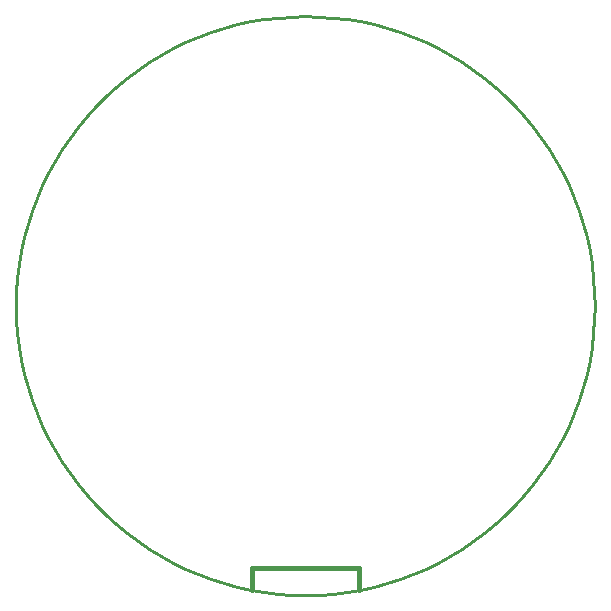
<source format=gbp>
G75*
G70*
%OFA0B0*%
%FSLAX24Y24*%
%IPPOS*%
%LPD*%
%AMOC8*
5,1,8,0,0,1.08239X$1,22.5*
%
%ADD10C,0.0100*%
%ADD11C,0.0160*%
D10*
X028547Y019079D02*
X028536Y019538D01*
X028503Y019996D01*
X028449Y020452D01*
X028373Y020905D01*
X028275Y021353D01*
X028156Y021797D01*
X028016Y022234D01*
X027856Y022664D01*
X027675Y023086D01*
X027475Y023499D01*
X027255Y023902D01*
X027016Y024294D01*
X026758Y024674D01*
X026483Y025042D01*
X026191Y025396D01*
X025882Y025736D01*
X025558Y026060D01*
X025218Y026369D01*
X024864Y026661D01*
X024496Y026936D01*
X024116Y027194D01*
X023724Y027433D01*
X023321Y027653D01*
X022908Y027853D01*
X022486Y028034D01*
X022056Y028194D01*
X021619Y028334D01*
X021175Y028453D01*
X020727Y028551D01*
X020274Y028627D01*
X019818Y028681D01*
X019360Y028714D01*
X018901Y028725D01*
X028547Y019079D02*
X028536Y018620D01*
X028503Y018162D01*
X028449Y017706D01*
X028373Y017253D01*
X028275Y016805D01*
X028156Y016361D01*
X028016Y015924D01*
X027856Y015494D01*
X027675Y015072D01*
X027475Y014659D01*
X027255Y014256D01*
X027016Y013864D01*
X026758Y013484D01*
X026483Y013116D01*
X026191Y012762D01*
X025882Y012422D01*
X025558Y012098D01*
X025218Y011789D01*
X024864Y011497D01*
X024496Y011222D01*
X024116Y010964D01*
X023724Y010725D01*
X023321Y010505D01*
X022908Y010305D01*
X022486Y010124D01*
X022056Y009964D01*
X021619Y009824D01*
X021175Y009705D01*
X020727Y009607D01*
X020274Y009531D01*
X019818Y009477D01*
X019360Y009444D01*
X018901Y009433D01*
X018442Y009444D01*
X017984Y009477D01*
X017528Y009531D01*
X017075Y009607D01*
X016627Y009705D01*
X016183Y009824D01*
X015746Y009964D01*
X015316Y010124D01*
X014894Y010305D01*
X014481Y010505D01*
X014078Y010725D01*
X013686Y010964D01*
X013306Y011222D01*
X012938Y011497D01*
X012584Y011789D01*
X012244Y012098D01*
X011920Y012422D01*
X011611Y012762D01*
X011319Y013116D01*
X011044Y013484D01*
X010786Y013864D01*
X010547Y014256D01*
X010327Y014659D01*
X010127Y015072D01*
X009946Y015494D01*
X009786Y015924D01*
X009646Y016361D01*
X009527Y016805D01*
X009429Y017253D01*
X009353Y017706D01*
X009299Y018162D01*
X009266Y018620D01*
X009255Y019079D01*
X009266Y019538D01*
X009299Y019996D01*
X009353Y020452D01*
X009429Y020905D01*
X009527Y021353D01*
X009646Y021797D01*
X009786Y022234D01*
X009946Y022664D01*
X010127Y023086D01*
X010327Y023499D01*
X010547Y023902D01*
X010786Y024294D01*
X011044Y024674D01*
X011319Y025042D01*
X011611Y025396D01*
X011920Y025736D01*
X012244Y026060D01*
X012584Y026369D01*
X012938Y026661D01*
X013306Y026936D01*
X013686Y027194D01*
X014078Y027433D01*
X014481Y027653D01*
X014894Y027853D01*
X015316Y028034D01*
X015746Y028194D01*
X016183Y028334D01*
X016627Y028453D01*
X017075Y028551D01*
X017528Y028627D01*
X017984Y028681D01*
X018442Y028714D01*
X018901Y028725D01*
D11*
X017129Y010319D02*
X017129Y009591D01*
X017129Y010319D02*
X020673Y010319D01*
X020673Y009610D01*
M02*

</source>
